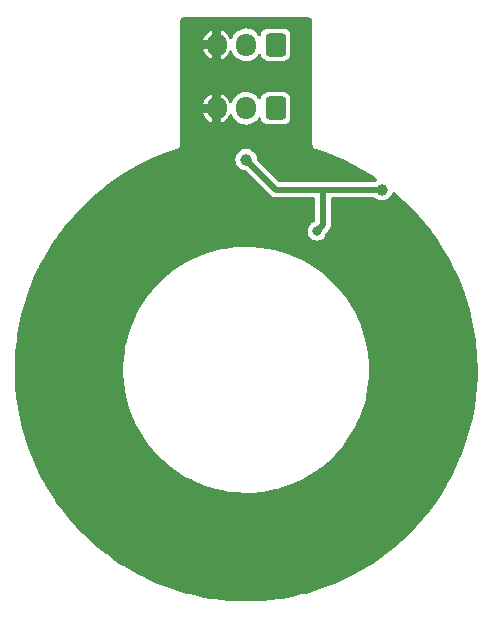
<source format=gbl>
G04 #@! TF.GenerationSoftware,KiCad,Pcbnew,6.0.0-d3dd2cf0fa~116~ubuntu21.10.1*
G04 #@! TF.CreationDate,2022-02-12T15:34:00+00:00*
G04 #@! TF.ProjectId,ringLight,72696e67-4c69-4676-9874-2e6b69636164,04*
G04 #@! TF.SameCoordinates,PX7bfa480PY7270e00*
G04 #@! TF.FileFunction,Copper,L2,Bot*
G04 #@! TF.FilePolarity,Positive*
%FSLAX46Y46*%
G04 Gerber Fmt 4.6, Leading zero omitted, Abs format (unit mm)*
G04 Created by KiCad (PCBNEW 6.0.0-d3dd2cf0fa~116~ubuntu21.10.1) date 2022-02-12 15:34:00*
%MOMM*%
%LPD*%
G01*
G04 APERTURE LIST*
G04 Aperture macros list*
%AMRoundRect*
0 Rectangle with rounded corners*
0 $1 Rounding radius*
0 $2 $3 $4 $5 $6 $7 $8 $9 X,Y pos of 4 corners*
0 Add a 4 corners polygon primitive as box body*
4,1,4,$2,$3,$4,$5,$6,$7,$8,$9,$2,$3,0*
0 Add four circle primitives for the rounded corners*
1,1,$1+$1,$2,$3*
1,1,$1+$1,$4,$5*
1,1,$1+$1,$6,$7*
1,1,$1+$1,$8,$9*
0 Add four rect primitives between the rounded corners*
20,1,$1+$1,$2,$3,$4,$5,0*
20,1,$1+$1,$4,$5,$6,$7,0*
20,1,$1+$1,$6,$7,$8,$9,0*
20,1,$1+$1,$8,$9,$2,$3,0*%
G04 Aperture macros list end*
G04 #@! TA.AperFunction,ComponentPad*
%ADD10RoundRect,0.250000X0.600000X0.725000X-0.600000X0.725000X-0.600000X-0.725000X0.600000X-0.725000X0*%
G04 #@! TD*
G04 #@! TA.AperFunction,ComponentPad*
%ADD11O,1.700000X1.950000*%
G04 #@! TD*
G04 #@! TA.AperFunction,ViaPad*
%ADD12C,1.000000*%
G04 #@! TD*
G04 #@! TA.AperFunction,ViaPad*
%ADD13C,0.800000*%
G04 #@! TD*
G04 #@! TA.AperFunction,Conductor*
%ADD14C,0.500000*%
G04 #@! TD*
G04 APERTURE END LIST*
D10*
X152500000Y-77850000D03*
D11*
X150000000Y-77850000D03*
X147500000Y-77850000D03*
D10*
X152500000Y-72475000D03*
D11*
X150000000Y-72475000D03*
X147500000Y-72475000D03*
D12*
X164500000Y-93500000D03*
X156500000Y-114500000D03*
X135400000Y-106300000D03*
X164750000Y-105750000D03*
X144205909Y-114750000D03*
X159700000Y-93800000D03*
X158900000Y-87700000D03*
X143600000Y-85400000D03*
X135200000Y-94200000D03*
D13*
X151750000Y-80750000D03*
X154500000Y-74500000D03*
D12*
X150100000Y-86900000D03*
D13*
X153000000Y-80750000D03*
X154500000Y-76250000D03*
D12*
X150000000Y-82200000D03*
X161500000Y-84750000D03*
D13*
X156000000Y-88250000D03*
D14*
X156000000Y-88250000D02*
X156500000Y-87750000D01*
X152550000Y-84750000D02*
X150000000Y-82200000D01*
X161500000Y-84750000D02*
X156500000Y-84750000D01*
X156500000Y-84750000D02*
X152550000Y-84750000D01*
X156500000Y-87750000D02*
X156500000Y-84750000D01*
G04 #@! TA.AperFunction,Conductor*
G36*
X155228161Y-70151527D02*
G01*
X155250000Y-70154986D01*
X155259640Y-70153459D01*
X155268148Y-70153459D01*
X155284333Y-70154520D01*
X155324401Y-70159795D01*
X155355668Y-70168173D01*
X155409921Y-70190645D01*
X155437950Y-70206828D01*
X155473887Y-70234404D01*
X155484538Y-70242577D01*
X155507423Y-70265462D01*
X155543172Y-70312050D01*
X155559356Y-70340081D01*
X155581827Y-70394331D01*
X155590205Y-70425599D01*
X155595480Y-70465667D01*
X155596541Y-70481852D01*
X155596541Y-70490360D01*
X155595014Y-70500000D01*
X155598531Y-70522204D01*
X155600056Y-70541424D01*
X155614063Y-80886902D01*
X155612701Y-80905397D01*
X155610587Y-80919541D01*
X155610587Y-80919547D01*
X155609145Y-80929195D01*
X155619283Y-80989771D01*
X155619285Y-80989783D01*
X155619419Y-80990603D01*
X155629121Y-81051331D01*
X155629809Y-81052677D01*
X155630058Y-81054165D01*
X155634329Y-81062369D01*
X155658367Y-81108546D01*
X155658786Y-81109359D01*
X155682579Y-81155900D01*
X155682583Y-81155906D01*
X155686798Y-81164150D01*
X155687868Y-81165217D01*
X155688565Y-81166556D01*
X155732444Y-81209676D01*
X155732958Y-81210186D01*
X155776515Y-81253624D01*
X155777861Y-81254307D01*
X155778939Y-81255367D01*
X155787255Y-81259513D01*
X155787256Y-81259514D01*
X155833905Y-81282772D01*
X155834723Y-81283184D01*
X155881230Y-81306802D01*
X155881233Y-81306803D01*
X155889490Y-81310996D01*
X155890986Y-81311231D01*
X155892334Y-81311903D01*
X155908921Y-81314382D01*
X155930509Y-81319620D01*
X156719970Y-81588060D01*
X156725157Y-81589954D01*
X157535321Y-81906452D01*
X157540414Y-81908573D01*
X157788030Y-82018289D01*
X158335672Y-82260944D01*
X158340684Y-82263300D01*
X159119410Y-82650824D01*
X159124311Y-82653402D01*
X159884910Y-83075282D01*
X159889692Y-83078075D01*
X160630750Y-83533528D01*
X160635374Y-83536514D01*
X161008285Y-83789315D01*
X161052727Y-83843223D01*
X161060970Y-83912604D01*
X161030394Y-83975428D01*
X161011587Y-83992268D01*
X160896040Y-84076218D01*
X160830234Y-84099698D01*
X160823155Y-84099900D01*
X156573177Y-84099900D01*
X156549941Y-84097703D01*
X156548810Y-84097487D01*
X156548801Y-84097486D01*
X156541145Y-84096026D01*
X156483540Y-84099650D01*
X156483466Y-84099655D01*
X156475680Y-84099900D01*
X152870642Y-84099900D01*
X152803603Y-84080215D01*
X152782961Y-84063581D01*
X150934426Y-82215046D01*
X150900941Y-82153723D01*
X150898786Y-82140327D01*
X150885959Y-82018289D01*
X150885280Y-82011828D01*
X150826812Y-81831880D01*
X150732207Y-81668020D01*
X150605602Y-81527411D01*
X150452529Y-81416197D01*
X150279678Y-81339239D01*
X150249151Y-81332750D01*
X150100967Y-81301252D01*
X150100962Y-81301252D01*
X150094604Y-81299900D01*
X149905396Y-81299900D01*
X149899038Y-81301252D01*
X149899033Y-81301252D01*
X149750849Y-81332750D01*
X149720322Y-81339239D01*
X149547471Y-81416197D01*
X149394398Y-81527411D01*
X149267793Y-81668020D01*
X149173188Y-81831880D01*
X149114720Y-82011828D01*
X149094942Y-82200000D01*
X149114720Y-82388172D01*
X149173188Y-82568120D01*
X149267793Y-82731980D01*
X149394398Y-82872589D01*
X149547471Y-82983803D01*
X149720322Y-83060761D01*
X149726684Y-83062113D01*
X149726683Y-83062113D01*
X149899033Y-83098748D01*
X149899038Y-83098748D01*
X149905396Y-83100100D01*
X149929357Y-83100100D01*
X149996396Y-83119785D01*
X150017038Y-83136419D01*
X152033015Y-85152395D01*
X152040878Y-85161036D01*
X152040929Y-85161097D01*
X152045108Y-85167683D01*
X152050792Y-85173021D01*
X152050794Y-85173023D01*
X152096123Y-85215589D01*
X152098920Y-85218300D01*
X152119232Y-85238612D01*
X152122699Y-85241301D01*
X152131588Y-85248892D01*
X152164844Y-85280122D01*
X152183428Y-85290339D01*
X152199683Y-85301017D01*
X152216442Y-85314016D01*
X152223597Y-85317112D01*
X152223600Y-85317114D01*
X152258311Y-85332134D01*
X152268795Y-85337270D01*
X152308780Y-85359252D01*
X152329321Y-85364526D01*
X152347723Y-85370827D01*
X152360024Y-85376150D01*
X152360026Y-85376150D01*
X152367186Y-85379249D01*
X152374893Y-85380470D01*
X152374894Y-85380470D01*
X152386669Y-85382335D01*
X152412254Y-85386387D01*
X152423674Y-85388752D01*
X152467873Y-85400100D01*
X152489077Y-85400100D01*
X152508475Y-85401627D01*
X152529418Y-85404944D01*
X152537184Y-85404210D01*
X152537186Y-85404210D01*
X152574843Y-85400650D01*
X152586513Y-85400100D01*
X155725900Y-85400100D01*
X155792939Y-85419785D01*
X155838694Y-85472589D01*
X155849900Y-85524100D01*
X155849900Y-87367083D01*
X155830215Y-87434122D01*
X155777411Y-87479877D01*
X155765861Y-87484467D01*
X155663743Y-87519231D01*
X155663735Y-87519235D01*
X155657178Y-87521467D01*
X155651276Y-87525098D01*
X155523559Y-87603670D01*
X155504292Y-87615523D01*
X155376043Y-87741113D01*
X155278806Y-87891996D01*
X155217413Y-88060672D01*
X155216545Y-88067545D01*
X155216544Y-88067548D01*
X155195784Y-88231878D01*
X155194915Y-88238758D01*
X155212432Y-88417403D01*
X155269091Y-88587727D01*
X155362078Y-88741266D01*
X155486770Y-88870389D01*
X155636970Y-88968677D01*
X155805213Y-89031246D01*
X155983138Y-89054986D01*
X155990039Y-89054358D01*
X155990041Y-89054358D01*
X156097641Y-89044566D01*
X156161901Y-89038718D01*
X156332616Y-88983249D01*
X156338569Y-88979700D01*
X156338574Y-88979698D01*
X156437067Y-88920984D01*
X156486801Y-88891336D01*
X156491815Y-88886561D01*
X156491818Y-88886559D01*
X156554308Y-88827051D01*
X156616791Y-88767549D01*
X156634253Y-88741266D01*
X156712291Y-88623809D01*
X156712292Y-88623808D01*
X156716125Y-88618038D01*
X156779867Y-88450236D01*
X156784022Y-88420670D01*
X156812844Y-88357024D01*
X156819134Y-88350247D01*
X156902401Y-88266980D01*
X156911042Y-88259117D01*
X156911097Y-88259072D01*
X156917683Y-88254892D01*
X156923021Y-88249208D01*
X156923023Y-88249206D01*
X156965589Y-88203877D01*
X156968300Y-88201080D01*
X156988612Y-88180768D01*
X156991302Y-88177299D01*
X156998894Y-88168410D01*
X157030122Y-88135156D01*
X157040339Y-88116571D01*
X157051017Y-88100317D01*
X157059237Y-88089719D01*
X157064016Y-88083558D01*
X157076738Y-88054160D01*
X157082134Y-88041689D01*
X157087270Y-88031205D01*
X157109252Y-87991220D01*
X157114526Y-87970679D01*
X157120827Y-87952277D01*
X157126150Y-87939976D01*
X157126150Y-87939974D01*
X157129249Y-87932814D01*
X157136387Y-87887746D01*
X157138752Y-87876326D01*
X157150100Y-87832127D01*
X157150100Y-87810923D01*
X157151627Y-87791525D01*
X157153723Y-87778291D01*
X157154944Y-87770582D01*
X157150650Y-87725157D01*
X157150100Y-87713487D01*
X157150100Y-85524100D01*
X157169785Y-85457061D01*
X157222589Y-85411306D01*
X157274100Y-85400100D01*
X160823155Y-85400100D01*
X160896040Y-85423782D01*
X161047471Y-85533803D01*
X161220322Y-85610761D01*
X161226684Y-85612113D01*
X161226683Y-85612113D01*
X161399033Y-85648748D01*
X161399038Y-85648748D01*
X161405396Y-85650100D01*
X161594604Y-85650100D01*
X161600962Y-85648748D01*
X161600967Y-85648748D01*
X161773317Y-85612113D01*
X161773316Y-85612113D01*
X161779678Y-85610761D01*
X161952529Y-85533803D01*
X162105602Y-85422589D01*
X162136066Y-85388755D01*
X162227860Y-85286808D01*
X162227861Y-85286807D01*
X162232207Y-85281980D01*
X162326812Y-85118120D01*
X162360798Y-85013521D01*
X162400235Y-84955846D01*
X162464594Y-84928647D01*
X162533440Y-84940561D01*
X162557187Y-84955817D01*
X162735229Y-85101292D01*
X162739418Y-85104873D01*
X163208116Y-85524100D01*
X163387740Y-85684765D01*
X163391784Y-85688548D01*
X164013555Y-86296795D01*
X164017426Y-86300755D01*
X164611408Y-86936145D01*
X164615099Y-86940274D01*
X165180140Y-87601576D01*
X165183637Y-87605860D01*
X165622403Y-88168410D01*
X165718559Y-88291694D01*
X165721859Y-88296125D01*
X166052704Y-88761777D01*
X166225658Y-89005203D01*
X166228764Y-89009788D01*
X166700386Y-89740631D01*
X166703284Y-89745350D01*
X167141808Y-90496529D01*
X167144492Y-90501373D01*
X167424264Y-91033885D01*
X167549026Y-91271355D01*
X167551485Y-91276300D01*
X167772277Y-91746411D01*
X167921260Y-92063628D01*
X167923501Y-92068692D01*
X168244179Y-92839130D01*
X168257726Y-92871678D01*
X168259737Y-92876827D01*
X168495346Y-93522776D01*
X168557799Y-93693999D01*
X168559575Y-93699229D01*
X168759692Y-94334677D01*
X168820849Y-94528876D01*
X168822389Y-94534178D01*
X168914022Y-94878043D01*
X169046361Y-95374668D01*
X169047667Y-95380050D01*
X169233884Y-96229689D01*
X169234948Y-96235123D01*
X169372887Y-97033437D01*
X169383042Y-97092211D01*
X169383862Y-97097679D01*
X169428656Y-97450085D01*
X169493540Y-97960538D01*
X169494116Y-97966046D01*
X169534766Y-98462053D01*
X169565162Y-98832952D01*
X169565490Y-98838467D01*
X169574945Y-99093150D01*
X169597758Y-99707701D01*
X169597839Y-99713235D01*
X169595658Y-100001758D01*
X169591265Y-100582984D01*
X169591100Y-100588520D01*
X169545696Y-101457160D01*
X169545283Y-101462682D01*
X169461145Y-102328376D01*
X169460487Y-102333875D01*
X169337774Y-103195006D01*
X169336872Y-103200457D01*
X169253669Y-103642094D01*
X169175840Y-104055208D01*
X169174694Y-104060626D01*
X168975649Y-104907370D01*
X168974261Y-104912732D01*
X168737618Y-105749711D01*
X168735993Y-105755004D01*
X168462215Y-106580588D01*
X168460355Y-106585805D01*
X168149985Y-107398350D01*
X168147894Y-107403478D01*
X167803020Y-108197979D01*
X167801552Y-108201360D01*
X167799234Y-108206389D01*
X167417620Y-108987995D01*
X167415080Y-108992916D01*
X167332747Y-109144035D01*
X167039884Y-109681571D01*
X166998939Y-109756723D01*
X166996186Y-109761517D01*
X166546345Y-110505999D01*
X166543400Y-110510634D01*
X166213304Y-111005580D01*
X166060780Y-111234273D01*
X166057605Y-111238811D01*
X165543161Y-111940170D01*
X165539787Y-111944561D01*
X164994540Y-112622254D01*
X164990973Y-112626490D01*
X164416015Y-113279159D01*
X164412291Y-113283202D01*
X163808724Y-113909591D01*
X163804814Y-113913471D01*
X163173907Y-114512261D01*
X163169806Y-114515982D01*
X162512822Y-115085981D01*
X162508559Y-115089516D01*
X161826772Y-115629619D01*
X161822356Y-115632960D01*
X161117109Y-116142102D01*
X161112558Y-116145234D01*
X160730234Y-116396066D01*
X160385311Y-116622360D01*
X160380614Y-116625294D01*
X159632779Y-117069479D01*
X159627956Y-117072200D01*
X158861034Y-117482552D01*
X158856094Y-117485055D01*
X158071616Y-117860754D01*
X158066570Y-117863034D01*
X157864672Y-117948866D01*
X157266076Y-118203344D01*
X157260964Y-118205383D01*
X156446101Y-118509601D01*
X156440871Y-118511422D01*
X155613221Y-118778958D01*
X155607915Y-118780543D01*
X155040883Y-118936245D01*
X154769157Y-119010858D01*
X154763807Y-119012199D01*
X154117941Y-119158880D01*
X153915580Y-119204837D01*
X153910154Y-119205942D01*
X153054217Y-119360508D01*
X153048759Y-119361369D01*
X152578371Y-119424777D01*
X152186732Y-119477570D01*
X152181229Y-119478187D01*
X151314880Y-119555783D01*
X151309355Y-119556153D01*
X150492526Y-119592660D01*
X150440444Y-119594988D01*
X150434908Y-119595112D01*
X149565092Y-119595112D01*
X149559556Y-119594988D01*
X149507474Y-119592660D01*
X148690645Y-119556153D01*
X148685120Y-119555783D01*
X147818771Y-119478187D01*
X147813268Y-119477570D01*
X147421629Y-119424777D01*
X146951241Y-119361369D01*
X146945783Y-119360508D01*
X146089846Y-119205942D01*
X146084420Y-119204837D01*
X145882059Y-119158880D01*
X145236193Y-119012199D01*
X145230843Y-119010858D01*
X144959117Y-118936245D01*
X144392085Y-118780543D01*
X144386779Y-118778958D01*
X143559129Y-118511422D01*
X143553899Y-118509601D01*
X142739036Y-118205383D01*
X142733924Y-118203344D01*
X142135328Y-117948866D01*
X141933430Y-117863034D01*
X141928384Y-117860754D01*
X141143906Y-117485055D01*
X141138966Y-117482552D01*
X140372044Y-117072200D01*
X140367221Y-117069479D01*
X139619386Y-116625294D01*
X139614689Y-116622360D01*
X139269766Y-116396066D01*
X138887442Y-116145234D01*
X138882891Y-116142102D01*
X138177644Y-115632960D01*
X138173228Y-115629619D01*
X137491441Y-115089516D01*
X137487178Y-115085981D01*
X136830194Y-114515982D01*
X136826093Y-114512261D01*
X136195186Y-113913471D01*
X136191276Y-113909591D01*
X135587709Y-113283202D01*
X135583985Y-113279159D01*
X135009027Y-112626490D01*
X135005460Y-112622254D01*
X134460213Y-111944561D01*
X134456839Y-111940170D01*
X133942395Y-111238811D01*
X133939220Y-111234273D01*
X133786696Y-111005580D01*
X133456600Y-110510634D01*
X133453655Y-110505999D01*
X133003814Y-109761517D01*
X133001061Y-109756723D01*
X132960117Y-109681571D01*
X132667253Y-109144035D01*
X132584920Y-108992916D01*
X132582380Y-108987995D01*
X132200766Y-108206389D01*
X132198448Y-108201360D01*
X132196981Y-108197979D01*
X131852106Y-107403478D01*
X131850015Y-107398350D01*
X131539645Y-106585805D01*
X131537785Y-106580588D01*
X131264007Y-105755004D01*
X131262382Y-105749711D01*
X131025739Y-104912732D01*
X131024351Y-104907370D01*
X130825306Y-104060626D01*
X130824160Y-104055208D01*
X130746331Y-103642094D01*
X130663128Y-103200457D01*
X130662226Y-103195006D01*
X130539513Y-102333875D01*
X130538855Y-102328376D01*
X130454717Y-101462682D01*
X130454304Y-101457160D01*
X130408900Y-100588520D01*
X130408735Y-100582984D01*
X130404342Y-100001758D01*
X130402270Y-99727631D01*
X139598631Y-99727631D01*
X139599819Y-100000000D01*
X139601403Y-100363127D01*
X139642967Y-100997269D01*
X139723167Y-101627690D01*
X139841704Y-102252040D01*
X139998135Y-102867989D01*
X140191877Y-103473239D01*
X140192562Y-103475000D01*
X140192565Y-103475009D01*
X140258918Y-103645636D01*
X140422207Y-104065532D01*
X140422995Y-104067242D01*
X140422997Y-104067246D01*
X140498171Y-104230310D01*
X140688266Y-104642659D01*
X140989062Y-105202467D01*
X141323472Y-105742868D01*
X141690249Y-106261846D01*
X141691432Y-106263320D01*
X142086843Y-106755993D01*
X142086853Y-106756005D01*
X142088025Y-106757465D01*
X142515316Y-107227875D01*
X142970528Y-107671323D01*
X143451962Y-108086153D01*
X143453474Y-108087303D01*
X143453478Y-108087306D01*
X143599021Y-108197979D01*
X143957823Y-108470819D01*
X144486225Y-108823885D01*
X144559619Y-108866687D01*
X145033554Y-109143079D01*
X145033564Y-109143085D01*
X145035194Y-109144035D01*
X145310643Y-109282873D01*
X145600971Y-109429211D01*
X145600982Y-109429216D01*
X145602684Y-109430074D01*
X146186579Y-109680934D01*
X146784698Y-109895681D01*
X146958168Y-109946243D01*
X147392992Y-110072983D01*
X147393007Y-110072987D01*
X147394812Y-110073513D01*
X148014645Y-110213767D01*
X148016485Y-110214067D01*
X148016497Y-110214069D01*
X148588313Y-110307195D01*
X148641883Y-110315919D01*
X148955866Y-110347536D01*
X149272306Y-110379400D01*
X149272322Y-110379401D01*
X149274188Y-110379589D01*
X149909201Y-110404539D01*
X149911086Y-110404498D01*
X149911100Y-110404498D01*
X150261816Y-110396845D01*
X150544552Y-110390675D01*
X150546420Y-110390520D01*
X150546435Y-110390519D01*
X151175970Y-110338209D01*
X151175969Y-110338209D01*
X151177872Y-110338051D01*
X151332590Y-110315618D01*
X151804925Y-110247133D01*
X151804939Y-110247131D01*
X151806798Y-110246861D01*
X152117891Y-110182153D01*
X152427134Y-110117831D01*
X152427140Y-110117830D01*
X152428984Y-110117446D01*
X152430799Y-110116951D01*
X152430808Y-110116949D01*
X152692625Y-110045569D01*
X153042109Y-109950289D01*
X153043892Y-109949684D01*
X153043901Y-109949681D01*
X153642094Y-109746621D01*
X153642095Y-109746621D01*
X153643885Y-109746013D01*
X153645626Y-109745301D01*
X153645636Y-109745297D01*
X154185821Y-109524301D01*
X154232068Y-109505381D01*
X154661188Y-109298398D01*
X154802775Y-109230105D01*
X154802783Y-109230101D01*
X154804464Y-109229290D01*
X155358938Y-108918770D01*
X155893420Y-108574979D01*
X155894934Y-108573869D01*
X155894944Y-108573862D01*
X156114954Y-108412544D01*
X156405918Y-108199201D01*
X156894519Y-107792836D01*
X156895886Y-107791550D01*
X156895894Y-107791543D01*
X157356034Y-107358685D01*
X157357400Y-107357400D01*
X157488245Y-107218308D01*
X157791543Y-106895894D01*
X157791550Y-106895886D01*
X157792836Y-106894519D01*
X158199201Y-106405918D01*
X158574979Y-105893420D01*
X158918770Y-105358938D01*
X159229290Y-104804464D01*
X159307336Y-104642659D01*
X159329376Y-104596963D01*
X159505381Y-104232068D01*
X159597100Y-104007877D01*
X159745297Y-103645636D01*
X159745301Y-103645626D01*
X159746013Y-103643885D01*
X159896533Y-103200469D01*
X159949681Y-103043901D01*
X159949684Y-103043892D01*
X159950289Y-103042109D01*
X160117446Y-102428984D01*
X160154251Y-102252040D01*
X160246476Y-101808648D01*
X160246861Y-101806798D01*
X160272561Y-101629553D01*
X160337778Y-101179754D01*
X160338051Y-101177872D01*
X160390675Y-100544552D01*
X160404935Y-100000000D01*
X160396005Y-99707701D01*
X160385586Y-99366688D01*
X160385586Y-99366684D01*
X160385528Y-99364794D01*
X160336658Y-98832952D01*
X160327552Y-98733848D01*
X160327551Y-98733840D01*
X160327378Y-98731957D01*
X160230703Y-98103851D01*
X160167233Y-97811523D01*
X160096265Y-97484663D01*
X160096262Y-97484650D01*
X160095864Y-97482818D01*
X159923363Y-96871176D01*
X159713844Y-96271205D01*
X159697566Y-96232385D01*
X159468818Y-95686884D01*
X159468814Y-95686874D01*
X159468088Y-95685144D01*
X159347441Y-95440495D01*
X159187850Y-95116878D01*
X159187848Y-95116874D01*
X159187012Y-95115179D01*
X159050519Y-94876365D01*
X158872599Y-94565069D01*
X158872589Y-94565053D01*
X158871665Y-94563436D01*
X158523224Y-94031974D01*
X158274762Y-93699243D01*
X158144128Y-93524304D01*
X158142987Y-93522776D01*
X158141768Y-93521336D01*
X158141760Y-93521326D01*
X157833739Y-93157477D01*
X157732374Y-93037740D01*
X157731072Y-93036380D01*
X157731064Y-93036371D01*
X157294211Y-92580029D01*
X157292915Y-92578675D01*
X156826252Y-92147296D01*
X156824782Y-92146095D01*
X156824774Y-92146088D01*
X156335593Y-91746411D01*
X156335592Y-91746410D01*
X156334123Y-91745210D01*
X155818366Y-91373918D01*
X155280904Y-91034805D01*
X154723742Y-90729135D01*
X154722027Y-90728326D01*
X154722011Y-90728318D01*
X154150685Y-90458864D01*
X154150671Y-90458858D01*
X154148958Y-90458050D01*
X153883270Y-90352051D01*
X153560480Y-90223270D01*
X153560470Y-90223266D01*
X153558697Y-90222559D01*
X153284711Y-90132212D01*
X152956960Y-90024136D01*
X152956953Y-90024134D01*
X152955161Y-90023543D01*
X152340601Y-89861743D01*
X152338746Y-89861374D01*
X152338733Y-89861371D01*
X151945345Y-89783121D01*
X151717310Y-89737762D01*
X151406000Y-89695395D01*
X151089495Y-89652320D01*
X151089486Y-89652319D01*
X151087612Y-89652064D01*
X150565338Y-89613252D01*
X150455742Y-89605108D01*
X150455739Y-89605108D01*
X150453857Y-89604968D01*
X150451967Y-89604943D01*
X150451961Y-89604943D01*
X150097800Y-89600307D01*
X149818409Y-89596650D01*
X149183638Y-89627140D01*
X148551913Y-89696325D01*
X148550059Y-89696644D01*
X148550056Y-89696644D01*
X148294067Y-89740631D01*
X147925590Y-89803947D01*
X147307005Y-89949605D01*
X147059365Y-90024136D01*
X146700266Y-90132212D01*
X146700258Y-90132215D01*
X146698466Y-90132754D01*
X146696715Y-90133400D01*
X146696703Y-90133404D01*
X146104034Y-90352051D01*
X146104026Y-90352054D01*
X146102243Y-90352712D01*
X145520560Y-90608659D01*
X144955587Y-90899639D01*
X144409432Y-91224567D01*
X144407865Y-91225634D01*
X143885695Y-91581167D01*
X143885685Y-91581174D01*
X143884133Y-91582231D01*
X143381647Y-91971296D01*
X142903851Y-92390312D01*
X142452527Y-92837715D01*
X142029357Y-93311837D01*
X142028197Y-93313308D01*
X142028194Y-93313312D01*
X141726036Y-93696599D01*
X141635922Y-93810908D01*
X141273687Y-94333066D01*
X141272715Y-94334667D01*
X141272709Y-94334677D01*
X140944985Y-94874751D01*
X140944006Y-94876365D01*
X140943125Y-94878039D01*
X140943123Y-94878043D01*
X140679004Y-95380050D01*
X140648106Y-95438777D01*
X140387094Y-96018204D01*
X140161941Y-96612485D01*
X139973488Y-97219402D01*
X139973033Y-97221262D01*
X139877279Y-97612577D01*
X139822438Y-97836692D01*
X139822103Y-97838547D01*
X139822100Y-97838559D01*
X139773791Y-98105711D01*
X139709354Y-98462053D01*
X139634659Y-99093150D01*
X139634552Y-99095038D01*
X139599607Y-99710451D01*
X139598631Y-99727631D01*
X130402270Y-99727631D01*
X130402161Y-99713235D01*
X130402242Y-99707701D01*
X130425055Y-99093150D01*
X130434510Y-98838467D01*
X130434838Y-98832952D01*
X130465235Y-98462053D01*
X130505884Y-97966046D01*
X130506460Y-97960538D01*
X130571344Y-97450085D01*
X130616138Y-97097679D01*
X130616958Y-97092211D01*
X130627114Y-97033437D01*
X130765052Y-96235123D01*
X130766116Y-96229689D01*
X130952333Y-95380050D01*
X130953639Y-95374668D01*
X131085978Y-94878043D01*
X131177611Y-94534178D01*
X131179151Y-94528876D01*
X131240309Y-94334677D01*
X131440425Y-93699229D01*
X131442201Y-93693999D01*
X131504655Y-93522776D01*
X131740263Y-92876827D01*
X131742274Y-92871678D01*
X131755822Y-92839130D01*
X132076499Y-92068692D01*
X132078740Y-92063628D01*
X132227723Y-91746411D01*
X132448515Y-91276300D01*
X132450974Y-91271355D01*
X132575737Y-91033885D01*
X132855508Y-90501373D01*
X132858192Y-90496529D01*
X133296716Y-89745350D01*
X133299614Y-89740631D01*
X133771236Y-89009788D01*
X133774342Y-89005203D01*
X133947296Y-88761777D01*
X134278141Y-88296125D01*
X134281441Y-88291694D01*
X134377598Y-88168410D01*
X134816363Y-87605860D01*
X134819860Y-87601576D01*
X135384901Y-86940274D01*
X135388592Y-86936145D01*
X135982574Y-86300755D01*
X135986445Y-86296795D01*
X136608216Y-85688548D01*
X136612260Y-85684765D01*
X136791884Y-85524100D01*
X137260582Y-85104873D01*
X137264749Y-85101310D01*
X137673967Y-84766942D01*
X137938331Y-84550933D01*
X137942697Y-84547526D01*
X138640134Y-84027806D01*
X138644647Y-84024597D01*
X139364598Y-83536533D01*
X139369250Y-83533528D01*
X140110308Y-83078075D01*
X140115090Y-83075282D01*
X140875689Y-82653402D01*
X140880590Y-82650824D01*
X141659316Y-82263300D01*
X141664328Y-82260944D01*
X142211970Y-82018289D01*
X142459586Y-81908573D01*
X142464679Y-81906452D01*
X143274843Y-81589954D01*
X143280030Y-81588060D01*
X144069491Y-81319620D01*
X144091079Y-81314382D01*
X144098483Y-81313276D01*
X144098486Y-81313275D01*
X144107666Y-81311903D01*
X144109017Y-81311229D01*
X144110510Y-81310995D01*
X144165367Y-81283137D01*
X144165987Y-81282825D01*
X144212745Y-81259514D01*
X144212749Y-81259511D01*
X144221061Y-81255367D01*
X144222139Y-81254307D01*
X144223485Y-81253624D01*
X144266911Y-81210315D01*
X144267556Y-81209676D01*
X144304827Y-81173050D01*
X144304828Y-81173049D01*
X144311435Y-81166556D01*
X144312133Y-81165215D01*
X144313202Y-81164149D01*
X144317420Y-81155900D01*
X144341132Y-81109517D01*
X144341550Y-81108706D01*
X144365656Y-81062398D01*
X144369942Y-81054165D01*
X144370191Y-81052675D01*
X144370879Y-81051330D01*
X144380568Y-80990689D01*
X144380570Y-80990674D01*
X144380718Y-80989771D01*
X144389244Y-80938821D01*
X144390855Y-80929195D01*
X144389413Y-80919547D01*
X144389413Y-80919541D01*
X144387299Y-80905397D01*
X144385937Y-80886902D01*
X144389491Y-78261918D01*
X146385973Y-78261918D01*
X146420240Y-78383417D01*
X146424297Y-78393987D01*
X146512748Y-78573348D01*
X146518667Y-78583006D01*
X146638318Y-78743238D01*
X146645899Y-78751658D01*
X146792750Y-78887405D01*
X146801735Y-78894300D01*
X146970865Y-79001013D01*
X146980956Y-79006154D01*
X147083441Y-79047042D01*
X147097258Y-79048345D01*
X147100000Y-79043583D01*
X147100000Y-79035452D01*
X147900000Y-79035452D01*
X147903910Y-79048769D01*
X147909898Y-79049630D01*
X147991879Y-79019386D01*
X148002090Y-79014516D01*
X148173965Y-78912262D01*
X148183123Y-78905608D01*
X148333482Y-78773746D01*
X148341272Y-78765537D01*
X148465084Y-78608482D01*
X148471249Y-78598989D01*
X148564367Y-78422000D01*
X148568699Y-78411542D01*
X148578101Y-78381262D01*
X148616781Y-78323075D01*
X148680778Y-78295038D01*
X148749774Y-78306050D01*
X148801864Y-78352617D01*
X148816128Y-78385315D01*
X148823568Y-78412511D01*
X148919637Y-78613925D01*
X148922859Y-78618408D01*
X148922859Y-78618409D01*
X149012558Y-78743238D01*
X149049855Y-78795143D01*
X149053816Y-78798981D01*
X149053819Y-78798985D01*
X149170713Y-78912262D01*
X149210107Y-78950437D01*
X149214691Y-78953517D01*
X149214693Y-78953519D01*
X149390738Y-79071817D01*
X149390741Y-79071819D01*
X149395325Y-79074899D01*
X149599657Y-79164594D01*
X149816643Y-79216688D01*
X149822158Y-79217006D01*
X150033908Y-79229216D01*
X150033909Y-79229216D01*
X150039425Y-79229534D01*
X150150193Y-79216129D01*
X150255477Y-79203389D01*
X150255481Y-79203388D01*
X150260961Y-79202725D01*
X150278182Y-79197427D01*
X150468971Y-79138733D01*
X150468977Y-79138731D01*
X150474248Y-79137109D01*
X150672545Y-79034761D01*
X150849583Y-78898914D01*
X150999767Y-78733864D01*
X151036934Y-78674615D01*
X151089234Y-78628285D01*
X151158280Y-78617585D01*
X151222149Y-78645913D01*
X151261053Y-78705913D01*
X151269100Y-78733609D01*
X151298626Y-78835238D01*
X151382237Y-78976618D01*
X151498382Y-79092763D01*
X151639762Y-79176374D01*
X151647255Y-79178551D01*
X151791407Y-79220432D01*
X151791411Y-79220433D01*
X151797494Y-79222200D01*
X151834344Y-79225100D01*
X153165656Y-79225100D01*
X153202506Y-79222200D01*
X153208589Y-79220433D01*
X153208593Y-79220432D01*
X153352745Y-79178551D01*
X153360238Y-79176374D01*
X153501618Y-79092763D01*
X153617763Y-78976618D01*
X153701374Y-78835238D01*
X153714326Y-78790658D01*
X153745432Y-78683593D01*
X153745433Y-78683589D01*
X153747200Y-78677506D01*
X153750100Y-78640656D01*
X153750100Y-77059344D01*
X153747200Y-77022494D01*
X153738913Y-76993968D01*
X153703551Y-76872255D01*
X153701374Y-76864762D01*
X153617763Y-76723382D01*
X153501618Y-76607237D01*
X153360238Y-76523626D01*
X153352745Y-76521449D01*
X153208593Y-76479568D01*
X153208589Y-76479567D01*
X153202506Y-76477800D01*
X153165656Y-76474900D01*
X151834344Y-76474900D01*
X151797494Y-76477800D01*
X151791411Y-76479567D01*
X151791407Y-76479568D01*
X151647255Y-76521449D01*
X151639762Y-76523626D01*
X151498382Y-76607237D01*
X151382237Y-76723382D01*
X151298626Y-76864762D01*
X151274344Y-76948342D01*
X151261088Y-76993968D01*
X151223482Y-77052854D01*
X151160009Y-77082060D01*
X151090823Y-77072314D01*
X151041314Y-77031732D01*
X150953368Y-76909342D01*
X150953367Y-76909341D01*
X150950145Y-76904857D01*
X150946184Y-76901019D01*
X150946181Y-76901015D01*
X150793860Y-76753407D01*
X150793858Y-76753406D01*
X150789893Y-76749563D01*
X150742719Y-76717863D01*
X150609262Y-76628183D01*
X150609259Y-76628181D01*
X150604675Y-76625101D01*
X150400343Y-76535406D01*
X150183357Y-76483312D01*
X150118427Y-76479568D01*
X149966092Y-76470784D01*
X149966091Y-76470784D01*
X149960575Y-76470466D01*
X149857050Y-76482994D01*
X149744523Y-76496611D01*
X149744519Y-76496612D01*
X149739039Y-76497275D01*
X149733757Y-76498900D01*
X149531029Y-76561267D01*
X149531023Y-76561269D01*
X149525752Y-76562891D01*
X149327455Y-76665239D01*
X149150417Y-76801086D01*
X149000233Y-76966136D01*
X148997302Y-76970808D01*
X148997300Y-76970811D01*
X148884582Y-77150497D01*
X148884579Y-77150502D01*
X148881650Y-77155172D01*
X148813145Y-77325587D01*
X148769876Y-77380447D01*
X148703817Y-77403205D01*
X148635940Y-77386636D01*
X148587797Y-77336000D01*
X148582186Y-77321740D01*
X148581797Y-77321889D01*
X148575703Y-77306013D01*
X148487252Y-77126652D01*
X148481333Y-77116994D01*
X148361682Y-76956762D01*
X148354101Y-76948342D01*
X148207250Y-76812595D01*
X148198265Y-76805700D01*
X148029135Y-76698987D01*
X148019044Y-76693846D01*
X147916559Y-76652958D01*
X147902742Y-76651655D01*
X147900000Y-76656417D01*
X147900000Y-79035452D01*
X147100000Y-79035452D01*
X147100000Y-78267830D01*
X147095596Y-78252831D01*
X147094226Y-78251644D01*
X147086668Y-78250000D01*
X146400442Y-78250000D01*
X146387125Y-78253910D01*
X146385973Y-78261918D01*
X144389491Y-78261918D01*
X144390594Y-77446851D01*
X146386213Y-77446851D01*
X146392836Y-77450000D01*
X147082170Y-77450000D01*
X147097169Y-77445596D01*
X147098356Y-77444226D01*
X147100000Y-77436668D01*
X147100000Y-76664548D01*
X147096090Y-76651231D01*
X147090102Y-76650370D01*
X147008121Y-76680614D01*
X146997910Y-76685484D01*
X146826035Y-76787738D01*
X146816877Y-76794392D01*
X146666518Y-76926254D01*
X146658728Y-76934463D01*
X146534916Y-77091518D01*
X146528751Y-77101011D01*
X146435633Y-77278000D01*
X146431300Y-77288461D01*
X146386428Y-77432973D01*
X146386213Y-77446851D01*
X144390594Y-77446851D01*
X144396768Y-72886918D01*
X146385973Y-72886918D01*
X146420240Y-73008417D01*
X146424297Y-73018987D01*
X146512748Y-73198348D01*
X146518667Y-73208006D01*
X146638318Y-73368238D01*
X146645899Y-73376658D01*
X146792750Y-73512405D01*
X146801735Y-73519300D01*
X146970865Y-73626013D01*
X146980956Y-73631154D01*
X147083441Y-73672042D01*
X147097258Y-73673345D01*
X147100000Y-73668583D01*
X147100000Y-73660452D01*
X147900000Y-73660452D01*
X147903910Y-73673769D01*
X147909898Y-73674630D01*
X147991879Y-73644386D01*
X148002090Y-73639516D01*
X148173965Y-73537262D01*
X148183123Y-73530608D01*
X148333482Y-73398746D01*
X148341272Y-73390537D01*
X148465084Y-73233482D01*
X148471249Y-73223989D01*
X148564367Y-73047000D01*
X148568699Y-73036542D01*
X148578101Y-73006262D01*
X148616781Y-72948075D01*
X148680778Y-72920038D01*
X148749774Y-72931050D01*
X148801864Y-72977617D01*
X148816128Y-73010315D01*
X148823568Y-73037511D01*
X148919637Y-73238925D01*
X148922859Y-73243408D01*
X148922859Y-73243409D01*
X149012558Y-73368238D01*
X149049855Y-73420143D01*
X149053816Y-73423981D01*
X149053819Y-73423985D01*
X149170713Y-73537262D01*
X149210107Y-73575437D01*
X149214691Y-73578517D01*
X149214693Y-73578519D01*
X149390738Y-73696817D01*
X149390741Y-73696819D01*
X149395325Y-73699899D01*
X149599657Y-73789594D01*
X149816643Y-73841688D01*
X149822158Y-73842006D01*
X150033908Y-73854216D01*
X150033909Y-73854216D01*
X150039425Y-73854534D01*
X150150193Y-73841130D01*
X150255477Y-73828389D01*
X150255481Y-73828388D01*
X150260961Y-73827725D01*
X150278182Y-73822427D01*
X150468971Y-73763733D01*
X150468977Y-73763731D01*
X150474248Y-73762109D01*
X150672545Y-73659761D01*
X150849583Y-73523914D01*
X150999767Y-73358864D01*
X151036934Y-73299615D01*
X151089234Y-73253285D01*
X151158280Y-73242585D01*
X151222149Y-73270913D01*
X151261053Y-73330913D01*
X151269100Y-73358609D01*
X151298626Y-73460238D01*
X151382237Y-73601618D01*
X151498382Y-73717763D01*
X151639762Y-73801374D01*
X151647255Y-73803551D01*
X151791407Y-73845432D01*
X151791411Y-73845433D01*
X151797494Y-73847200D01*
X151834344Y-73850100D01*
X153165656Y-73850100D01*
X153202506Y-73847200D01*
X153208589Y-73845433D01*
X153208593Y-73845432D01*
X153352745Y-73803551D01*
X153360238Y-73801374D01*
X153501618Y-73717763D01*
X153617763Y-73601618D01*
X153701374Y-73460238D01*
X153714326Y-73415658D01*
X153745432Y-73308593D01*
X153745433Y-73308589D01*
X153747200Y-73302506D01*
X153750100Y-73265656D01*
X153750100Y-71684344D01*
X153747200Y-71647494D01*
X153738913Y-71618968D01*
X153703551Y-71497255D01*
X153701374Y-71489762D01*
X153617763Y-71348382D01*
X153501618Y-71232237D01*
X153360238Y-71148626D01*
X153352745Y-71146449D01*
X153208593Y-71104568D01*
X153208589Y-71104567D01*
X153202506Y-71102800D01*
X153165656Y-71099900D01*
X151834344Y-71099900D01*
X151797494Y-71102800D01*
X151791411Y-71104567D01*
X151791407Y-71104568D01*
X151647255Y-71146449D01*
X151639762Y-71148626D01*
X151498382Y-71232237D01*
X151382237Y-71348382D01*
X151298626Y-71489762D01*
X151274344Y-71573342D01*
X151261088Y-71618968D01*
X151223482Y-71677854D01*
X151160009Y-71707060D01*
X151090823Y-71697314D01*
X151041314Y-71656732D01*
X150953368Y-71534342D01*
X150953367Y-71534341D01*
X150950145Y-71529857D01*
X150946184Y-71526019D01*
X150946181Y-71526015D01*
X150793860Y-71378407D01*
X150793858Y-71378406D01*
X150789893Y-71374563D01*
X150742719Y-71342863D01*
X150609262Y-71253183D01*
X150609259Y-71253181D01*
X150604675Y-71250101D01*
X150400343Y-71160406D01*
X150183357Y-71108312D01*
X150118427Y-71104568D01*
X149966092Y-71095784D01*
X149966091Y-71095784D01*
X149960575Y-71095466D01*
X149857050Y-71107994D01*
X149744523Y-71121611D01*
X149744519Y-71121612D01*
X149739039Y-71122275D01*
X149733757Y-71123900D01*
X149531029Y-71186267D01*
X149531023Y-71186269D01*
X149525752Y-71187891D01*
X149327455Y-71290239D01*
X149150417Y-71426086D01*
X149000233Y-71591136D01*
X148997302Y-71595808D01*
X148997300Y-71595811D01*
X148884582Y-71775497D01*
X148884579Y-71775502D01*
X148881650Y-71780172D01*
X148813145Y-71950587D01*
X148769876Y-72005447D01*
X148703817Y-72028205D01*
X148635940Y-72011636D01*
X148587797Y-71961000D01*
X148582186Y-71946740D01*
X148581797Y-71946889D01*
X148575703Y-71931013D01*
X148487252Y-71751652D01*
X148481333Y-71741994D01*
X148361682Y-71581762D01*
X148354101Y-71573342D01*
X148207250Y-71437595D01*
X148198265Y-71430700D01*
X148029135Y-71323987D01*
X148019044Y-71318846D01*
X147916559Y-71277958D01*
X147902742Y-71276655D01*
X147900000Y-71281417D01*
X147900000Y-73660452D01*
X147100000Y-73660452D01*
X147100000Y-72892830D01*
X147095596Y-72877831D01*
X147094226Y-72876644D01*
X147086668Y-72875000D01*
X146400442Y-72875000D01*
X146387125Y-72878910D01*
X146385973Y-72886918D01*
X144396768Y-72886918D01*
X144397872Y-72071851D01*
X146386213Y-72071851D01*
X146392836Y-72075000D01*
X147082170Y-72075000D01*
X147097169Y-72070596D01*
X147098356Y-72069226D01*
X147100000Y-72061668D01*
X147100000Y-71289548D01*
X147096090Y-71276231D01*
X147090102Y-71275370D01*
X147008121Y-71305614D01*
X146997910Y-71310484D01*
X146826035Y-71412738D01*
X146816877Y-71419392D01*
X146666518Y-71551254D01*
X146658728Y-71559463D01*
X146534916Y-71716518D01*
X146528751Y-71726011D01*
X146435633Y-71903000D01*
X146431300Y-71913461D01*
X146386428Y-72057973D01*
X146386213Y-72071851D01*
X144397872Y-72071851D01*
X144399944Y-70541424D01*
X144401469Y-70522204D01*
X144404986Y-70500000D01*
X144403459Y-70490360D01*
X144403459Y-70481852D01*
X144404520Y-70465667D01*
X144409795Y-70425599D01*
X144418173Y-70394331D01*
X144440644Y-70340081D01*
X144456828Y-70312050D01*
X144492577Y-70265462D01*
X144515462Y-70242577D01*
X144526113Y-70234404D01*
X144562050Y-70206828D01*
X144590079Y-70190645D01*
X144644332Y-70168173D01*
X144675599Y-70159795D01*
X144715667Y-70154520D01*
X144731852Y-70153459D01*
X144740360Y-70153459D01*
X144750000Y-70154986D01*
X144759641Y-70153459D01*
X144771840Y-70151527D01*
X144791237Y-70150000D01*
X155208763Y-70150000D01*
X155228161Y-70151527D01*
G37*
G04 #@! TD.AperFunction*
M02*

</source>
